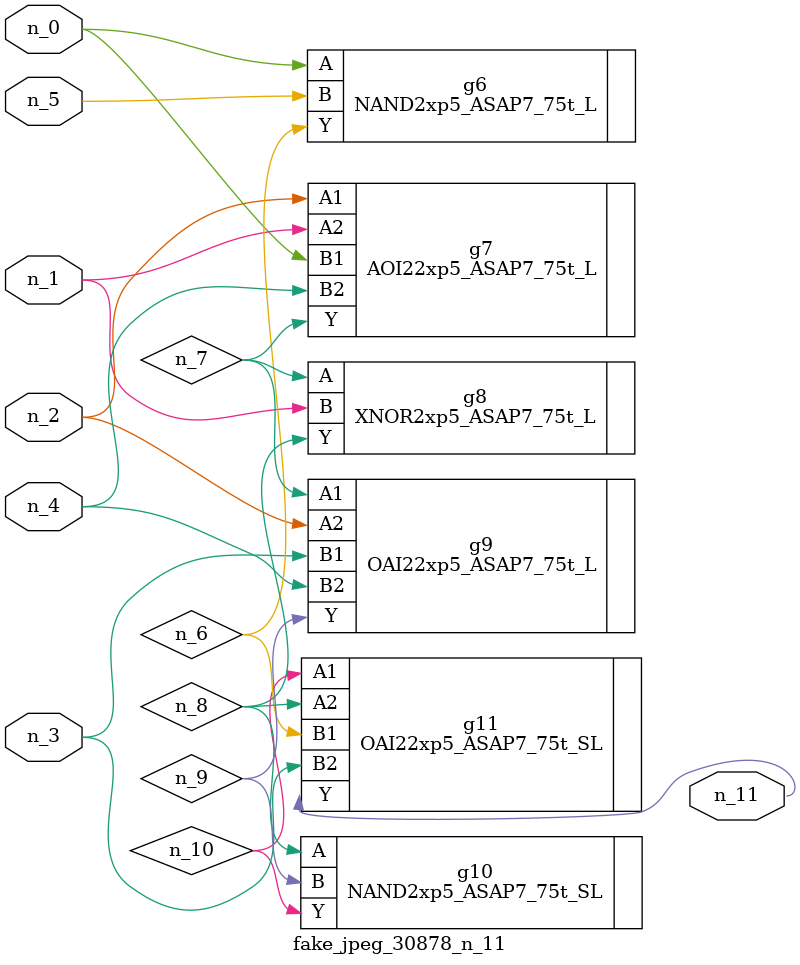
<source format=v>
module fake_jpeg_30878_n_11 (n_3, n_2, n_1, n_0, n_4, n_5, n_11);

input n_3;
input n_2;
input n_1;
input n_0;
input n_4;
input n_5;

output n_11;

wire n_10;
wire n_8;
wire n_9;
wire n_6;
wire n_7;

NAND2xp5_ASAP7_75t_L g6 ( 
.A(n_0),
.B(n_5),
.Y(n_6)
);

AOI22xp5_ASAP7_75t_L g7 ( 
.A1(n_2),
.A2(n_1),
.B1(n_0),
.B2(n_4),
.Y(n_7)
);

XNOR2xp5_ASAP7_75t_L g8 ( 
.A(n_7),
.B(n_1),
.Y(n_8)
);

NAND2xp5_ASAP7_75t_SL g10 ( 
.A(n_8),
.B(n_9),
.Y(n_10)
);

OAI22xp5_ASAP7_75t_L g9 ( 
.A1(n_7),
.A2(n_2),
.B1(n_3),
.B2(n_4),
.Y(n_9)
);

OAI22xp5_ASAP7_75t_SL g11 ( 
.A1(n_10),
.A2(n_8),
.B1(n_6),
.B2(n_3),
.Y(n_11)
);


endmodule
</source>
